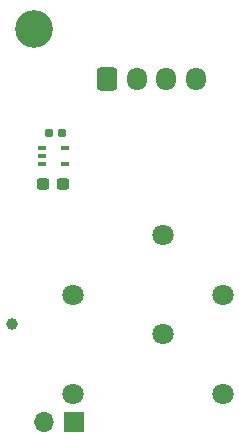
<source format=gbr>
%TF.GenerationSoftware,KiCad,Pcbnew,8.0.0*%
%TF.CreationDate,2024-03-24T11:45:01-04:00*%
%TF.ProjectId,sensor,73656e73-6f72-42e6-9b69-6361645f7063,rev?*%
%TF.SameCoordinates,Original*%
%TF.FileFunction,Soldermask,Bot*%
%TF.FilePolarity,Negative*%
%FSLAX46Y46*%
G04 Gerber Fmt 4.6, Leading zero omitted, Abs format (unit mm)*
G04 Created by KiCad (PCBNEW 8.0.0) date 2024-03-24 11:45:01*
%MOMM*%
%LPD*%
G01*
G04 APERTURE LIST*
G04 Aperture macros list*
%AMRoundRect*
0 Rectangle with rounded corners*
0 $1 Rounding radius*
0 $2 $3 $4 $5 $6 $7 $8 $9 X,Y pos of 4 corners*
0 Add a 4 corners polygon primitive as box body*
4,1,4,$2,$3,$4,$5,$6,$7,$8,$9,$2,$3,0*
0 Add four circle primitives for the rounded corners*
1,1,$1+$1,$2,$3*
1,1,$1+$1,$4,$5*
1,1,$1+$1,$6,$7*
1,1,$1+$1,$8,$9*
0 Add four rect primitives between the rounded corners*
20,1,$1+$1,$2,$3,$4,$5,0*
20,1,$1+$1,$4,$5,$6,$7,0*
20,1,$1+$1,$6,$7,$8,$9,0*
20,1,$1+$1,$8,$9,$2,$3,0*%
G04 Aperture macros list end*
%ADD10RoundRect,0.250000X-0.600000X-0.725000X0.600000X-0.725000X0.600000X0.725000X-0.600000X0.725000X0*%
%ADD11O,1.700000X1.950000*%
%ADD12C,3.200000*%
%ADD13R,1.700000X1.700000*%
%ADD14O,1.700000X1.700000*%
%ADD15C,1.000000*%
%ADD16C,1.800000*%
%ADD17RoundRect,0.237500X-0.300000X-0.237500X0.300000X-0.237500X0.300000X0.237500X-0.300000X0.237500X0*%
%ADD18RoundRect,0.155000X0.212500X0.155000X-0.212500X0.155000X-0.212500X-0.155000X0.212500X-0.155000X0*%
%ADD19RoundRect,0.100000X-0.225000X-0.100000X0.225000X-0.100000X0.225000X0.100000X-0.225000X0.100000X0*%
G04 APERTURE END LIST*
D10*
%TO.C,J1*%
X87700000Y-57700000D03*
D11*
X90200000Y-57700000D03*
X92700000Y-57700000D03*
X95200000Y-57700000D03*
%TD*%
D12*
%TO.C,H1*%
X81500000Y-53500000D03*
%TD*%
D13*
%TO.C,J2*%
X84900000Y-86800000D03*
D14*
X82360000Y-86800000D03*
%TD*%
D15*
%TO.C,TP5*%
X79600000Y-78500000D03*
%TD*%
D16*
%TO.C,RV1*%
X84800000Y-84400000D03*
X92420000Y-79340000D03*
X97500000Y-84400000D03*
%TD*%
D17*
%TO.C,C9*%
X82237500Y-66600000D03*
X83962500Y-66600000D03*
%TD*%
D18*
%TO.C,C8*%
X83867500Y-62300000D03*
X82732500Y-62300000D03*
%TD*%
D19*
%TO.C,U5*%
X82200000Y-64900000D03*
X82200000Y-64250000D03*
X82200000Y-63600000D03*
X84100000Y-63600000D03*
X84100000Y-64900000D03*
%TD*%
D16*
%TO.C,RV2*%
X84800000Y-76000000D03*
X92420000Y-70940000D03*
X97500000Y-76000000D03*
%TD*%
M02*

</source>
